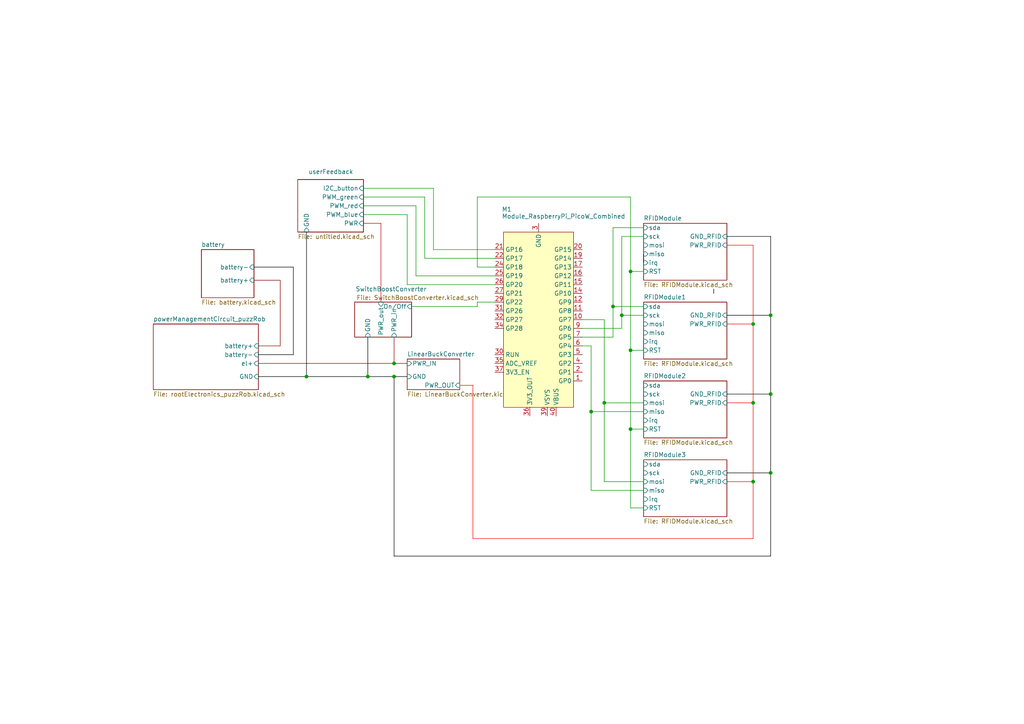
<source format=kicad_sch>
(kicad_sch (version 20231120) (generator "eeschema") (generator_version "8.0")
  (paper "A4")
  (title_block (title "Charging circuit puzzRob") (date "27.02.2025") (comment 1 "TP4056"))
  (lib_symbols
    (symbol "Fab:Module_RaspberryPi_PicoW_Combined"
      (property "Reference" "M" (at 0 0 0))
      (property "Value" "Module_RaspberryPi_PicoW_Combined" (at 0 0 0))
      (symbol "Module_RaspberryPi_PicoW_Combined_1_1"
        (rectangle (start -10.16 25.4) (end 10.16 -25.4) (fill (type background)))
        (pin bidirectional line (at -12.7 17.78 0) (length 2.54) (name "GP0") (number "1"))
        (pin bidirectional line (at -12.7 0 0) (length 2.54) (name "GP7") (number "10"))
        (pin bidirectional line (at -12.7 -2.54 0) (length 2.54) (name "GP8") (number "11"))
        (pin bidirectional line (at -12.7 -5.08 0) (length 2.54) (name "GP9") (number "12"))
        (pin passive line (at 0 -27.94 90) (length 2.54) hide (name "GND") (number "13"))
        (pin bidirectional line (at -12.7 -7.62 0) (length 2.54) (name "GP10") (number "14"))
        (pin bidirectional line (at -12.7 -10.16 0) (length 2.54) (name "GP11") (number "15"))
        (pin bidirectional line (at -12.7 -12.7 0) (length 2.54) (name "GP12") (number "16"))
        (pin bidirectional line (at -12.7 -15.24 0) (length 2.54) (name "GP13") (number "17"))
        (pin passive line (at 0 -27.94 90) (length 2.54) hide (name "GND") (number "18"))
        (pin bidirectional line (at -12.7 -17.78 0) (length 2.54) (name "GP14") (number "19"))
        (pin bidirectional line (at -12.7 15.24 0) (length 2.54) (name "GP1") (number "2"))
        (pin bidirectional line (at -12.7 -20.32 0) (length 2.54) (name "GP15") (number "20"))
        (pin bidirectional line (at 12.7 -20.32 180) (length 2.54) (name "GP16") (number "21"))
        (pin bidirectional line (at 12.7 -17.78 180) (length 2.54) (name "GP17") (number "22"))
        (pin passive line (at 0 -27.94 90) (length 2.54) hide (name "GND") (number "23"))
        (pin bidirectional line (at 12.7 -15.24 180) (length 2.54) (name "GP18") (number "24"))
        (pin bidirectional line (at 12.7 -12.7 180) (length 2.54) (name "GP19") (number "25"))
        (pin bidirectional line (at 12.7 -10.16 180) (length 2.54) (name "GP20") (number "26"))
        (pin bidirectional line (at 12.7 -7.62 180) (length 2.54) (name "GP21") (number "27"))
        (pin passive line (at 0 -27.94 90) (length 2.54) hide (name "GND") (number "28"))
        (pin bidirectional line (at 12.7 -5.08 180) (length 2.54) (name "GP22") (number "29"))
        (pin power_in line (at 0 -27.94 90) (length 2.54) (name "GND") (number "3"))
        (pin input line (at 12.7 10.16 180) (length 2.54) (name "RUN") (number "30"))
        (pin bidirectional line (at 12.7 -2.54 180) (length 2.54) (name "GP26") (number "31"))
        (pin bidirectional line (at 12.7 0 180) (length 2.54) (name "GP27") (number "32"))
        (pin passive line (at 0 -27.94 90) (length 2.54) hide (name "GND") (number "33"))
        (pin bidirectional line (at 12.7 2.54 180) (length 2.54) (name "GP28") (number "34"))
        (pin input line (at 12.7 12.7 180) (length 2.54) (name "ADC_VREF") (number "35"))
        (pin power_in line (at 2.54 27.94 270) (length 2.54) (name "3V3_OUT") (number "36"))
        (pin input line (at 12.7 15.24 180) (length 2.54) (name "3V3_EN") (number "37"))
        (pin passive line (at 0 -27.94 90) (length 2.54) hide (name "GND") (number "38"))
        (pin power_in line (at -2.54 27.94 270) (length 2.54) (name "VSYS") (number "39"))
        (pin bidirectional line (at -12.7 12.7 0) (length 2.54) (name "GP2") (number "4"))
        (pin power_in line (at -5.08 27.94 270) (length 2.54) (name "VBUS") (number "40"))
        (pin bidirectional line (at -12.7 10.16 0) (length 2.54) (name "GP3") (number "5"))
        (pin bidirectional line (at -12.7 7.62 0) (length 2.54) (name "GP4") (number "6"))
        (pin bidirectional line (at -12.7 5.08 0) (length 2.54) (name "GP5") (number "7"))
        (pin passive line (at 0 -27.94 90) (length 2.54) hide (name "GND") (number "8"))
        (pin bidirectional line (at -12.7 2.54 0) (length 2.54) (name "GP6") (number "9"))
      )
    )
  )
  (junction (at 223.52 91.44))
  (junction (at 218.44 139.7))
  (junction (at 218.44 116.84))
  (junction (at 182.88 124.46))
  (junction (at 182.88 78.74))
  (junction (at 175.26 116.84))
  (junction (at 223.52 137.16))
  (junction (at 177.8 88.9))
  (junction (at 223.52 114.3))
  (junction (at 114.3 105.41))
  (junction (at 182.88 101.6))
  (junction (at 180.34 91.44))
  (junction (at 114.3 109.22))
  (junction (at 218.44 93.98))
  (junction (at 106.68 109.22))
  (junction (at 88.9 109.22))
  (junction (at 171.45 119.38))
  (wire (pts (xy 186.69 147.32) (xy 182.88 147.32)))
  (wire (pts (xy 73.66 81.28) (xy 81.28 81.28)) (stroke (width 0) (color 132 0 0 1)))
  (wire (pts (xy 114.3 105.41) (xy 118.11 105.41)) (stroke (width 0) (color 132 0 0 1)))
  (wire (pts (xy 114.3 109.22) (xy 114.3 161.29)) (stroke (width 0) (color 0 0 0 1)))
  (wire (pts (xy 218.44 93.98) (xy 218.44 71.12)) (stroke (width 0) (color 255 0 0 1)))
  (wire (pts (xy 125.73 54.61) (xy 105.41 54.61)))
  (wire (pts (xy 177.8 88.9) (xy 186.69 88.9)))
  (wire (pts (xy 143.51 82.55) (xy 118.11 82.55)))
  (wire (pts (xy 120.65 59.69) (xy 105.41 59.69)))
  (wire (pts (xy 138.43 88.9) (xy 138.43 87.63)))
  (wire (pts (xy 110.49 64.77) (xy 105.41 64.77)) (stroke (width 0) (color 194 0 0 1)))
  (wire (pts (xy 207.01 83.82) (xy 207.01 85.09)) (stroke (width 0) (color 0 0 0 1)))
  (wire (pts (xy 118.11 82.55) (xy 118.11 62.23)))
  (wire (pts (xy 210.82 91.44) (xy 223.52 91.44)) (stroke (width 0) (color 0 0 0 1)))
  (wire (pts (xy 177.8 88.9) (xy 177.8 97.79)))
  (wire (pts (xy 180.34 68.58) (xy 186.69 68.58)))
  (wire (pts (xy 106.68 97.79) (xy 106.68 109.22)) (stroke (width 0) (color 0 0 0 1)))
  (wire (pts (xy 182.88 78.74) (xy 182.88 101.6)))
  (wire (pts (xy 138.43 87.63) (xy 143.51 87.63)))
  (wire (pts (xy 171.45 100.33) (xy 171.45 119.38)))
  (wire (pts (xy 182.88 57.15) (xy 182.88 78.74)))
  (wire (pts (xy 119.38 88.9) (xy 138.43 88.9)))
  (wire (pts (xy 106.68 109.22) (xy 114.3 109.22)) (stroke (width 0) (color 0 0 0 1)))
  (wire (pts (xy 88.9 109.22) (xy 106.68 109.22)) (stroke (width 0) (color 0 0 0 1)))
  (wire (pts (xy 125.73 72.39) (xy 125.73 54.61)))
  (wire (pts (xy 182.88 78.74) (xy 186.69 78.74)))
  (wire (pts (xy 186.69 101.6) (xy 182.88 101.6)))
  (wire (pts (xy 114.3 97.79) (xy 114.3 105.41)) (stroke (width 0) (color 132 0 0 1)))
  (wire (pts (xy 223.52 91.44) (xy 223.52 114.3)) (stroke (width 0) (color 0 0 0 1)))
  (wire (pts (xy 81.28 81.28) (xy 81.28 100.33)) (stroke (width 0) (color 132 0 0 1)))
  (wire (pts (xy 210.82 116.84) (xy 218.44 116.84)) (stroke (width 0) (color 255 0 0 1)))
  (wire (pts (xy 85.09 102.87) (xy 74.93 102.87)) (stroke (width 0) (color 0 0 0 1)))
  (wire (pts (xy 171.45 119.38) (xy 186.69 119.38)))
  (wire (pts (xy 168.91 100.33) (xy 171.45 100.33)))
  (wire (pts (xy 180.34 95.25) (xy 180.34 91.44)))
  (wire (pts (xy 143.51 77.47) (xy 138.43 77.47)))
  (wire (pts (xy 223.52 137.16) (xy 223.52 161.29)) (stroke (width 0) (color 0 0 0 1)))
  (wire (pts (xy 105.41 57.15) (xy 123.19 57.15)))
  (wire (pts (xy 210.82 93.98) (xy 218.44 93.98)) (stroke (width 0) (color 255 0 0 1)))
  (wire (pts (xy 175.26 116.84) (xy 186.69 116.84)))
  (wire (pts (xy 114.3 161.29) (xy 223.52 161.29)) (stroke (width 0) (color 0 0 0 1)))
  (wire (pts (xy 143.51 80.01) (xy 120.65 80.01)))
  (wire (pts (xy 73.66 77.47) (xy 85.09 77.47)) (stroke (width 0) (color 0 0 0 1)))
  (wire (pts (xy 175.26 92.71) (xy 175.26 116.84)))
  (wire (pts (xy 186.69 91.44) (xy 180.34 91.44)))
  (wire (pts (xy 223.52 91.44) (xy 223.52 68.58)) (stroke (width 0) (color 0 0 0 1)))
  (wire (pts (xy 186.69 139.7) (xy 175.26 139.7)))
  (wire (pts (xy 138.43 77.47) (xy 138.43 57.15)))
  (wire (pts (xy 177.8 88.9) (xy 177.8 66.04)))
  (wire (pts (xy 168.91 97.79) (xy 177.8 97.79)))
  (wire (pts (xy 168.91 95.25) (xy 180.34 95.25)))
  (wire (pts (xy 218.44 139.7) (xy 218.44 156.21)) (stroke (width 0) (color 255 0 0 1)))
  (wire (pts (xy 180.34 91.44) (xy 180.34 68.58)))
  (wire (pts (xy 137.16 111.76) (xy 137.16 156.21)) (stroke (width 0) (color 255 0 0 1)))
  (wire (pts (xy 218.44 93.98) (xy 218.44 116.84)) (stroke (width 0) (color 255 0 0 1)))
  (wire (pts (xy 74.93 100.33) (xy 81.28 100.33)) (stroke (width 0) (color 132 0 0 1)))
  (wire (pts (xy 218.44 116.84) (xy 218.44 139.7)) (stroke (width 0) (color 255 0 0 1)))
  (wire (pts (xy 210.82 68.58) (xy 223.52 68.58)) (stroke (width 0) (color 0 0 0 1)))
  (wire (pts (xy 210.82 139.7) (xy 218.44 139.7)) (stroke (width 0) (color 255 0 0 1)))
  (wire (pts (xy 74.93 105.41) (xy 114.3 105.41)) (stroke (width 0) (color 132 0 0 1)))
  (wire (pts (xy 143.51 72.39) (xy 125.73 72.39)))
  (wire (pts (xy 210.82 71.12) (xy 218.44 71.12)) (stroke (width 0) (color 255 0 0 1)))
  (wire (pts (xy 118.11 62.23) (xy 105.41 62.23)))
  (wire (pts (xy 133.35 111.76) (xy 137.16 111.76)) (stroke (width 0) (color 255 0 0 1)))
  (wire (pts (xy 114.3 109.22) (xy 118.11 109.22)) (stroke (width 0) (color 0 0 0 1)))
  (wire (pts (xy 186.69 73.66) (xy 186.69 76.2)) (stroke (width 0) (color 0 0 0 1)))
  (wire (pts (xy 120.65 80.01) (xy 120.65 59.69)))
  (wire (pts (xy 143.51 74.93) (xy 123.19 74.93)))
  (wire (pts (xy 210.82 137.16) (xy 223.52 137.16)) (stroke (width 0) (color 0 0 0 1)))
  (wire (pts (xy 182.88 124.46) (xy 182.88 147.32)))
  (wire (pts (xy 223.52 114.3) (xy 223.52 137.16)) (stroke (width 0) (color 0 0 0 1)))
  (wire (pts (xy 138.43 57.15) (xy 182.88 57.15)))
  (wire (pts (xy 85.09 77.47) (xy 85.09 102.87)) (stroke (width 0) (color 0 0 0 1)))
  (wire (pts (xy 182.88 101.6) (xy 182.88 124.46)))
  (wire (pts (xy 186.69 142.24) (xy 171.45 142.24)))
  (wire (pts (xy 177.8 66.04) (xy 186.69 66.04)))
  (wire (pts (xy 210.82 114.3) (xy 223.52 114.3)) (stroke (width 0) (color 0 0 0 1)))
  (wire (pts (xy 168.91 92.71) (xy 175.26 92.71)))
  (wire (pts (xy 88.9 67.31) (xy 88.9 109.22)) (stroke (width 0) (color 0 0 0 1)))
  (wire (pts (xy 186.69 124.46) (xy 182.88 124.46)))
  (wire (pts (xy 110.49 87.63) (xy 110.49 64.77)) (stroke (width 0) (color 194 0 0 1)))
  (wire (pts (xy 123.19 74.93) (xy 123.19 57.15)))
  (wire (pts (xy 137.16 156.21) (xy 218.44 156.21)) (stroke (width 0) (color 255 0 0 1)))
  (wire (pts (xy 171.45 119.38) (xy 171.45 142.24)))
  (wire (pts (xy 175.26 116.84) (xy 175.26 139.7)))
  (wire (pts (xy 74.93 109.22) (xy 88.9 109.22)) (stroke (width 0) (color 0 0 0 1)))
  (symbol (lib_id "Fab:Module_RaspberryPi_PicoW_Combined") (at 156.21 92.71 180) (unit 1)
    (property "Reference" "M1" (at 145.542 60.706 0) (effects (justify right)))
    (property "Value" "Module_RaspberryPi_PicoW_Combined" (at 145.542 62.738 0) (effects (justify right)))
    (property "Footprint" "fab:RaspberryPi_PicoW_Combined" (effects (hide yes)))
    (property "Datasheet" "https://datasheets.raspberrypi.com/picow/pico-w-datasheet.pdf" (effects (hide yes)))
    (property "Description" "RP2040 Transceiver; 802.11 b/g/n (Wi-Fi, WiFi, WLAN), Bluetooth® 5 2.4GHz Evaluation Board" (effects (hide yes)))
  )
  (sheet (at 186.69 133.35) (size 24.13 16.51) (stroke (width 0.1524))
    (property "Sheetname" "RFIDModule3" (at 186.69 132.6384 0) (effects (justify left bottom)))
    (property "Sheetfile" "RFIDModule.kicad_sch" (at 186.69 150.4446 0) (effects (justify left top)))
    (pin "GND_RFID" input (at 210.82 137.16 0))
    (pin "PWR_RFID" input (at 210.82 139.7 0))
    (pin "irq" input (at 186.69 144.78 180))
    (pin "sck" input (at 186.69 137.16 180))
    (pin "mosi" input (at 186.69 139.7 180))
    (pin "sda" input (at 186.69 134.62 180))
    (pin "miso" input (at 186.69 142.24 180))
    (pin "RST" input (at 186.69 147.32 180))
  )
  (sheet (at 186.69 64.77) (size 24.13 16.51) (stroke (width 0.1524))
    (property "Sheetname" "RFIDModule" (at 186.69 64.0584 0) (effects (justify left bottom)))
    (property "Sheetfile" "RFIDModule.kicad_sch" (at 186.69 81.8646 0) (effects (justify left top)))
    (pin "GND_RFID" input (at 210.82 68.58 0))
    (pin "PWR_RFID" input (at 210.82 71.12 0))
    (pin "irq" input (at 186.69 76.2 180))
    (pin "sck" input (at 186.69 68.58 180))
    (pin "mosi" input (at 186.69 71.12 180))
    (pin "sda" input (at 186.69 66.04 180))
    (pin "miso" input (at 186.69 73.66 180))
    (pin "RST" input (at 186.69 78.74 180))
  )
  (sheet (at 86.36 52.07) (size 19.05 15.24) (stroke (width 0.1524))
    (property "Sheetname" "userFeedback" (at 89.408 50.546 0) (effects (justify left bottom)))
    (property "Sheetfile" "untitled.kicad_sch" (at 86.36 67.8946 0) (effects (justify left top)))
    (pin "PWM_red" input (at 105.41 59.69 0))
    (pin "PWM_green" input (at 105.41 57.15 0))
    (pin "PWM_blue" input (at 105.41 62.23 0))
    (pin "I2C_button" input (at 105.41 54.61 0))
    (pin "GND" input (at 88.9 67.31 270))
    (pin "PWR" input (at 105.41 64.77 0))
  )
  (sheet (at 58.42 72.39) (size 15.24 13.97) (stroke (width 0.1524))
    (property "Sheetname" "battery" (at 58.42 71.6784 0) (effects (justify left bottom)))
    (property "Sheetfile" "battery.kicad_sch" (at 58.42 86.9446 0) (effects (justify left top)))
    (pin "battery+" input (at 73.66 81.28 0))
    (pin "battery-" input (at 73.66 77.47 0))
  )
  (sheet (at 102.87 87.63) (size 16.51 10.16) (stroke (width 0.1524))
    (property "Sheetname" "SwitchBoostConverter" (at 103.124 84.582 0) (effects (justify left bottom)))
    (property "Sheetfile" "SwitchBoostConverter.kicad_sch" (at 103.378 85.598 0) (effects (justify left top)))
    (pin "GND" input (at 106.68 97.79 270))
    (pin "PWR_in" input (at 114.3 97.79 270))
    (pin "PWR_out" input (at 110.49 87.63 90))
    (pin "On{slash}Off" input (at 119.38 88.9 0))
  )
  (sheet (at 118.11 104.14) (size 15.24 8.89) (stroke (width 0.1524))
    (property "Sheetname" "LinearBuckConverter" (at 118.11 103.4284 0) (effects (justify left bottom)))
    (property "Sheetfile" "LinearBuckConverter.kicad_sch" (at 118.11 113.6146 0) (effects (justify left top)))
    (pin "GND" input (at 118.11 109.22 180))
    (pin "PWR_IN" input (at 118.11 105.41 180))
    (pin "PWR_OUT" input (at 133.35 111.76 0))
  )
  (sheet (at 44.45 93.98) (size 30.48 19.05) (stroke (width 0.1524))
    (property "Sheetname" "powerManagementCircuit_puzzRob" (at 44.45 93.2684 0) (effects (justify left bottom)))
    (property "Sheetfile" "rootElectronics_puzzRob.kicad_sch" (at 44.45 113.6146 0) (effects (justify left top)))
    (pin "battery+" input (at 74.93 100.33 0))
    (pin "battery-" input (at 74.93 102.87 0))
    (pin "el+" input (at 74.93 105.41 0))
    (pin "GND" input (at 74.93 109.22 0))
  )
  (sheet (at 186.69 87.63) (size 24.13 16.51) (stroke (width 0.1524))
    (property "Sheetname" "RFIDModule1" (at 186.69 86.9184 0) (effects (justify left bottom)))
    (property "Sheetfile" "RFIDModule.kicad_sch" (at 186.69 104.7246 0) (effects (justify left top)))
    (pin "GND_RFID" input (at 210.82 91.44 0))
    (pin "PWR_RFID" input (at 210.82 93.98 0))
    (pin "irq" input (at 186.69 99.06 180))
    (pin "sck" input (at 186.69 91.44 180))
    (pin "mosi" input (at 186.69 93.98 180))
    (pin "sda" input (at 186.69 88.9 180))
    (pin "miso" input (at 186.69 96.52 180))
    (pin "RST" input (at 186.69 101.6 180))
  )
  (sheet (at 186.69 110.49) (size 24.13 16.51) (stroke (width 0.1524))
    (property "Sheetname" "RFIDModule2" (at 186.69 109.7784 0) (effects (justify left bottom)))
    (property "Sheetfile" "RFIDModule.kicad_sch" (at 186.69 127.5846 0) (effects (justify left top)))
    (pin "GND_RFID" input (at 210.82 114.3 0))
    (pin "PWR_RFID" input (at 210.82 116.84 0))
    (pin "irq" input (at 186.69 121.92 180))
    (pin "sck" input (at 186.69 114.3 180))
    (pin "mosi" input (at 186.69 116.84 180))
    (pin "sda" input (at 186.69 111.76 180))
    (pin "miso" input (at 186.69 119.38 180))
    (pin "RST" input (at 186.69 124.46 180))
  )
)
</source>
